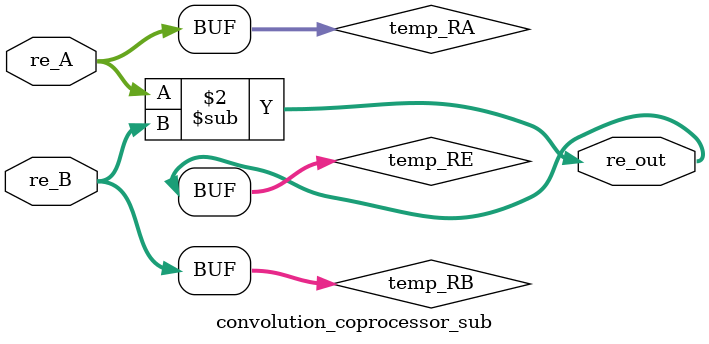
<source format=sv>
/*	
   ===================================================================
   Module Name  : complex subtractor
      
   Filename     : complexSubtractor.v
   Type         : Verilog Module
   
   Description  : 
                  Complex subtractor with independent buses for real and imaginary parts.
                  Input    :  "DATA_WIDTH" length word in 2's complement representation.
                  Output   :  "DATA_WIDTH" length word in 2's complement representation.
                  
                  Designer must take care of overflow. 
                  We recommend to instantiate a "DATA WIDTH" length subtractor for "DATA WIDTH-1" length inputs.
                  
   -----------------------------------------------------------------------------
   Clocks      : -
   Reset       : -
   Parameters  :   
         NAME                         Comments                                            Default
         -------------------------------------------------------------------------------------------
         DATA_WIDTH              Number of data bits for inputs and outputs               18 
         -------------------------------------------------------------------------------------------
   Version     : 1.0
   Data        : 14 Nov 2018
   Revision    : -
   Reviser     : -		
   ------------------------------------------------------------------------------
      Modification Log "please register all the modifications in this area"
      (D/M/Y)  
      
   ----------------------
   // Instance template
   ----------------------
   complexSubtractor
   #(
      .DATA_WIDTH    ()
   )
   "MODULE_NAME"
   (
       .re_A      (),
       .im_A      (),
       .re_B      (),
       .im_B      (),
       .re_out    (),
       .im_out    ()
   );

module complexSubtractor #(parameter DATA_WIDTH = 18)
(
    input  [DATA_WIDTH-1 : 0] re_A,
	 input  [DATA_WIDTH-1 : 0] im_A,
	 input  [DATA_WIDTH-1 : 0] re_B,
	 input  [DATA_WIDTH-1 : 0] im_B,
    output [DATA_WIDTH-1 : 0] re_out,
	 output [DATA_WIDTH-1 : 0] im_out
);
	
	reg signed [DATA_WIDTH -1: 0] temp_RA;
	reg signed [DATA_WIDTH -1: 0] temp_IA;
	reg signed [DATA_WIDTH -1: 0] temp_RB;
	reg signed [DATA_WIDTH -1: 0] temp_IB;
	
	wire signed [DATA_WIDTH -1: 0] temp_RE;
	wire signed [DATA_WIDTH -1: 0] temp_IM;
	
	always@(re_A, re_B, im_A, im_B)
	begin
		temp_RA = re_A;
		temp_IA = im_A;
		temp_RB = re_B;
		temp_IB = im_B;
	end 
	
	assign temp_RE = temp_RA - temp_RB;
	assign temp_IM = temp_IA - temp_IB;
	
	assign re_out = temp_RE;
	assign im_out = temp_IM;
endmodule*/


module convolution_coprocessor_sub
#(
   parameter DATA_WIDTH = 5)
(
    input  [DATA_WIDTH-1 : 0] re_A,
	input  [DATA_WIDTH-1 : 0] re_B,
    output [DATA_WIDTH-1 : 0] re_out
);
	
	reg signed  [DATA_WIDTH -1: 0] temp_RA;
	reg signed  [DATA_WIDTH -1: 0] temp_RB;
	wire signed [DATA_WIDTH -1: 0] temp_RE;
	
	always@(re_A, re_B)
	begin
		temp_RA = re_A;
		temp_RB = re_B;
	end 
	
	assign temp_RE = temp_RA - temp_RB;
	
	assign re_out = temp_RE;
endmodule


</source>
